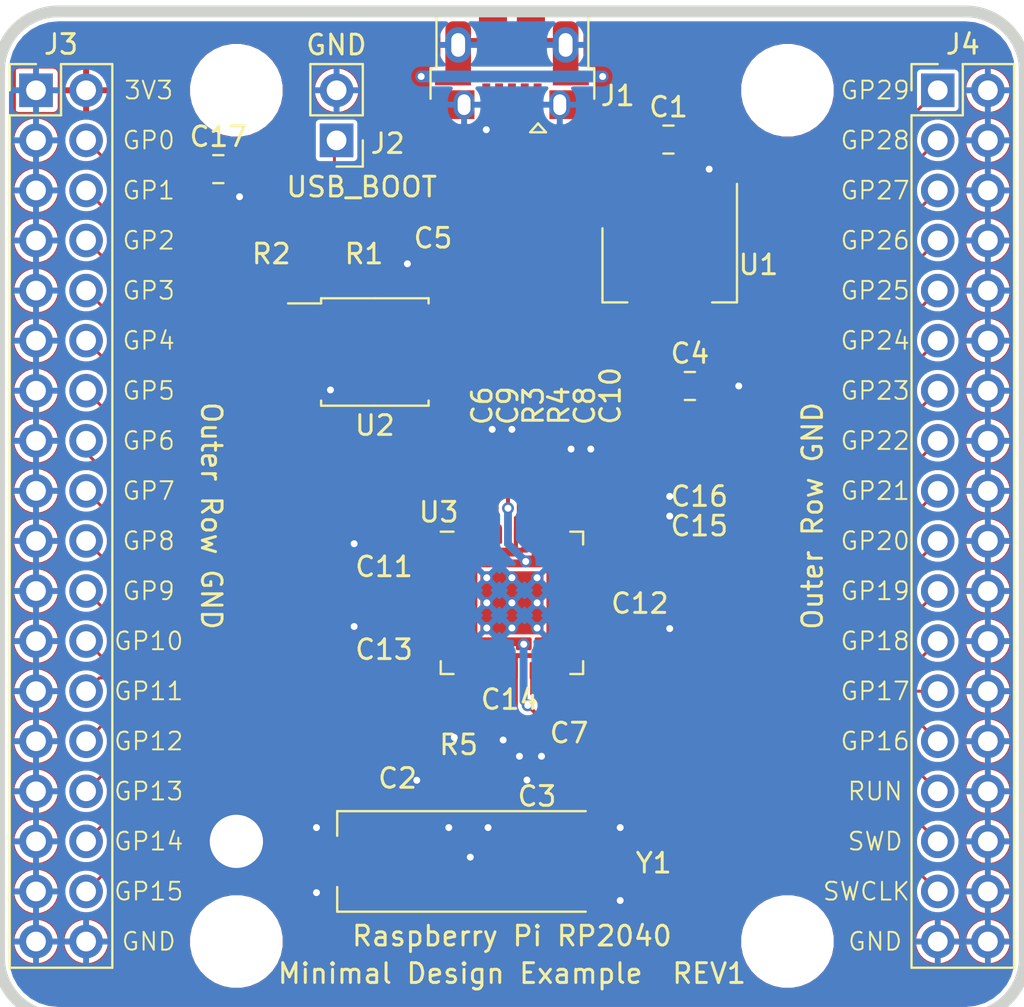
<source format=kicad_pcb>
(kicad_pcb (version 20171130) (host pcbnew "(5.1.10)-1")
  (title_block (title "RP2040 Minimal Design Example") (date 2020-07-13) (rev REV1) (company "Raspberry Pi (Trading) Ltd"))
  (layers (0 F.Cu signal) (31 B.Cu signal hide) (34 B.Paste user hide) (35 F.Paste user hide) (36 B.SilkS user hide) (37 F.SilkS user) (38 B.Mask user hide) (39 F.Mask user hide) (44 Edge.Cuts user hide))
  (net 0 "")
  (net 1 GND)
  (net 2 VBUS)
  (net 3 /XIN)
  (net 4 /XOUT)
  (net 5 +3V3)
  (net 6 +1V1)
  (net 7 "Net-(J1-Pad4)")
  (net 8 /~USB_BOOT)
  (net 9 /GPIO15)
  (net 10 /GPIO14)
  (net 11 /GPIO13)
  (net 12 /GPIO12)
  (net 13 /GPIO11)
  (net 14 /GPIO10)
  (net 15 /GPIO9)
  (net 16 /GPIO8)
  (net 17 /GPIO7)
  (net 18 /GPIO6)
  (net 19 /GPIO5)
  (net 20 /GPIO4)
  (net 21 /GPIO3)
  (net 22 /GPIO2)
  (net 23 /GPIO1)
  (net 24 /GPIO0)
  (net 25 /GPIO29_ADC3)
  (net 26 /GPIO28_ADC2)
  (net 27 /GPIO27_ADC1)
  (net 28 /GPIO26_ADC0)
  (net 29 /GPIO25)
  (net 30 /GPIO24)
  (net 31 /GPIO23)
  (net 32 /GPIO22)
  (net 33 /GPIO21)
  (net 34 /GPIO20)
  (net 35 /GPIO19)
  (net 36 /GPIO18)
  (net 37 /GPIO17)
  (net 38 /GPIO16)
  (net 39 /RUN)
  (net 40 /SWD)
  (net 41 /SWCLK)
  (net 42 /QSPI_SS)
  (net 43 "Net-(R3-Pad2)")
  (net 44 "Net-(R4-Pad2)")
  (net 45 /QSPI_SD3)
  (net 46 /QSPI_SCLK)
  (net 47 /QSPI_SD0)
  (net 48 /QSPI_SD2)
  (net 49 /QSPI_SD1)
  (net 50 /USB_D+)
  (net 51 /USB_D-)
  (net 52 "Net-(C3-Pad1)")
  (module Capacitor_SMD:C_0805_2012Metric (layer F.Cu) (at 85.115 78)
    (fp_text reference C17 (at 0 -1.65) (layer F.SilkS))
    (fp_text value 10u)
    (pad 2 smd roundrect (at 0.9375 0) (size 0.975 1.4) (layers F.Cu F.Paste F.Mask) (net 1 GND))
    (pad 1 smd roundrect (at -0.9375 0) (size 0.975 1.4) (layers F.Cu F.Paste F.Mask) (net 5 +3V3))
  )
  (module Capacitor_SMD:C_0805_2012Metric (layer F.Cu) (at 109.025 89)
    (fp_text reference C4 (at 0 -1.65) (layer F.SilkS))
    (fp_text value 10u)
    (pad 2 smd roundrect (at 0.9375 0) (size 0.975 1.4) (layers F.Cu F.Paste F.Mask) (net 1 GND))
    (pad 1 smd roundrect (at -0.9375 0) (size 0.975 1.4) (layers F.Cu F.Paste F.Mask) (net 5 +3V3))
  )
  (module RP2040_minimal:Crystal_SMD_HC49-US (layer F.Cu) (at 97.841 113.116)
    (fp_text reference Y1 (at 9.349 0.084) (layer F.SilkS))
    (fp_text value ABLS-12.000MHZ-B4-T)
    (pad 1 smd rect (at -4.5 0) (size 5.6 2.1) (layers F.Cu F.Paste F.Mask) (net 3 /XIN))
    (pad 2 smd rect (at 4.5 0) (size 5.6 2.1) (layers F.Cu F.Paste F.Mask) (net 52 "Net-(C3-Pad1)"))
  )
  (module RP2040_minimal:RP2040-QFN-56 (layer F.Cu) (at 100 100)
    (fp_text reference U3 (at -3.71 -4.6) (layer F.SilkS))
    (fp_text value RP2040)
    (pad 56 smd roundrect (at -2.6 -3.4375) (size 0.2 0.875) (layers F.Cu F.Paste F.Mask) (net 42 /QSPI_SS))
    (pad 55 smd roundrect (at -2.2 -3.4375) (size 0.2 0.875) (layers F.Cu F.Paste F.Mask) (net 49 /QSPI_SD1))
    (pad 54 smd roundrect (at -1.8 -3.4375) (size 0.2 0.875) (layers F.Cu F.Paste F.Mask) (net 48 /QSPI_SD2))
    (pad 53 smd roundrect (at -1.4 -3.4375) (size 0.2 0.875) (layers F.Cu F.Paste F.Mask) (net 47 /QSPI_SD0))
    (pad 52 smd roundrect (at -1 -3.4375) (size 0.2 0.875) (layers F.Cu F.Paste F.Mask) (net 46 /QSPI_SCLK))
    (pad 51 smd roundrect (at -0.6 -3.4375) (size 0.2 0.875) (layers F.Cu F.Paste F.Mask) (net 45 /QSPI_SD3))
    (pad 50 smd roundrect (at -0.2 -3.4375) (size 0.2 0.875) (layers F.Cu F.Paste F.Mask) (net 6 +1V1))
    (pad 49 smd roundrect (at 0.2 -3.4375) (size 0.2 0.875) (layers F.Cu F.Paste F.Mask) (net 5 +3V3))
    (pad 48 smd roundrect (at 0.6 -3.4375) (size 0.2 0.875) (layers F.Cu F.Paste F.Mask) (net 5 +3V3))
    (pad 47 smd roundrect (at 1 -3.4375) (size 0.2 0.875) (layers F.Cu F.Paste F.Mask) (net 43 "Net-(R3-Pad2)"))
    (pad 46 smd roundrect (at 1.4 -3.4375) (size 0.2 0.875) (layers F.Cu F.Paste F.Mask) (net 44 "Net-(R4-Pad2)"))
    (pad 45 smd roundrect (at 1.8 -3.4375) (size 0.2 0.875) (layers F.Cu F.Paste F.Mask) (net 6 +1V1))
    (pad 44 smd roundrect (at 2.2 -3.4375) (size 0.2 0.875) (layers F.Cu F.Paste F.Mask) (net 5 +3V3))
    (pad 43 smd roundrect (at 2.6 -3.4375) (size 0.2 0.875) (layers F.Cu F.Paste F.Mask) (net 5 +3V3))
    (pad 42 smd roundrect (at 3.4375 -2.6) (size 0.875 0.2) (layers F.Cu F.Paste F.Mask) (net 5 +3V3))
    (pad 41 smd roundrect (at 3.4375 -2.2) (size 0.875 0.2) (layers F.Cu F.Paste F.Mask) (net 25 /GPIO29_ADC3))
    (pad 40 smd roundrect (at 3.4375 -1.8) (size 0.875 0.2) (layers F.Cu F.Paste F.Mask) (net 26 /GPIO28_ADC2))
    (pad 39 smd roundrect (at 3.4375 -1.4) (size 0.875 0.2) (layers F.Cu F.Paste F.Mask) (net 27 /GPIO27_ADC1))
    (pad 38 smd roundrect (at 3.4375 -1) (size 0.875 0.2) (layers F.Cu F.Paste F.Mask) (net 28 /GPIO26_ADC0))
    (pad 37 smd roundrect (at 3.4375 -0.6) (size 0.875 0.2) (layers F.Cu F.Paste F.Mask) (net 29 /GPIO25))
    (pad 36 smd roundrect (at 3.4375 -0.2) (size 0.875 0.2) (layers F.Cu F.Paste F.Mask) (net 30 /GPIO24))
    (pad 35 smd roundrect (at 3.4375 0.2) (size 0.875 0.2) (layers F.Cu F.Paste F.Mask) (net 31 /GPIO23))
    (pad 34 smd roundrect (at 3.4375 0.6) (size 0.875 0.2) (layers F.Cu F.Paste F.Mask) (net 32 /GPIO22))
    (pad 33 smd roundrect (at 3.4375 1) (size 0.875 0.2) (layers F.Cu F.Paste F.Mask) (net 5 +3V3))
    (pad 32 smd roundrect (at 3.4375 1.4) (size 0.875 0.2) (layers F.Cu F.Paste F.Mask) (net 33 /GPIO21))
    (pad 31 smd roundrect (at 3.4375 1.8) (size 0.875 0.2) (layers F.Cu F.Paste F.Mask) (net 34 /GPIO20))
    (pad 30 smd roundrect (at 3.4375 2.2) (size 0.875 0.2) (layers F.Cu F.Paste F.Mask) (net 35 /GPIO19))
    (pad 29 smd roundrect (at 3.4375 2.6) (size 0.875 0.2) (layers F.Cu F.Paste F.Mask) (net 36 /GPIO18))
    (pad 28 smd roundrect (at 2.6 3.4375) (size 0.2 0.875) (layers F.Cu F.Paste F.Mask) (net 37 /GPIO17))
    (pad 27 smd roundrect (at 2.2 3.4375) (size 0.2 0.875) (layers F.Cu F.Paste F.Mask) (net 38 /GPIO16))
    (pad 26 smd roundrect (at 1.8 3.4375) (size 0.2 0.875) (layers F.Cu F.Paste F.Mask) (net 39 /RUN))
    (pad 25 smd roundrect (at 1.4 3.4375) (size 0.2 0.875) (layers F.Cu F.Paste F.Mask) (net 40 /SWD))
    (pad 24 smd roundrect (at 1 3.4375) (size 0.2 0.875) (layers F.Cu F.Paste F.Mask) (net 41 /SWCLK))
    (pad 23 smd roundrect (at 0.6 3.4375) (size 0.2 0.875) (layers F.Cu F.Paste F.Mask) (net 6 +1V1))
    (pad 22 smd roundrect (at 0.2 3.4375) (size 0.2 0.875) (layers F.Cu F.Paste F.Mask) (net 5 +3V3))
    (pad 21 smd roundrect (at -0.2 3.4375) (size 0.2 0.875) (layers F.Cu F.Paste F.Mask) (net 4 /XOUT))
    (pad 20 smd roundrect (at -0.6 3.4375) (size 0.2 0.875) (layers F.Cu F.Paste F.Mask) (net 3 /XIN))
    (pad 19 smd roundrect (at -1 3.4375) (size 0.2 0.875) (layers F.Cu F.Paste F.Mask) (net 1 GND))
    (pad 18 smd roundrect (at -1.4 3.4375) (size 0.2 0.875) (layers F.Cu F.Paste F.Mask) (net 9 /GPIO15))
    (pad 17 smd roundrect (at -1.8 3.4375) (size 0.2 0.875) (layers F.Cu F.Paste F.Mask) (net 10 /GPIO14))
    (pad 16 smd roundrect (at -2.2 3.4375) (size 0.2 0.875) (layers F.Cu F.Paste F.Mask) (net 11 /GPIO13))
    (pad 15 smd roundrect (at -2.6 3.4375) (size 0.2 0.875) (layers F.Cu F.Paste F.Mask) (net 12 /GPIO12))
    (pad 14 smd roundrect (at -3.4375 2.6) (size 0.875 0.2) (layers F.Cu F.Paste F.Mask) (net 13 /GPIO11))
    (pad 13 smd roundrect (at -3.4375 2.2) (size 0.875 0.2) (layers F.Cu F.Paste F.Mask) (net 14 /GPIO10))
    (pad 12 smd roundrect (at -3.4375 1.8) (size 0.875 0.2) (layers F.Cu F.Paste F.Mask) (net 15 /GPIO9))
    (pad 11 smd roundrect (at -3.4375 1.4) (size 0.875 0.2) (layers F.Cu F.Paste F.Mask) (net 16 /GPIO8))
    (pad 10 smd roundrect (at -3.4375 1) (size 0.875 0.2) (layers F.Cu F.Paste F.Mask) (net 5 +3V3))
    (pad 9 smd roundrect (at -3.4375 0.6) (size 0.875 0.2) (layers F.Cu F.Paste F.Mask) (net 17 /GPIO7))
    (pad 8 smd roundrect (at -3.4375 0.2) (size 0.875 0.2) (layers F.Cu F.Paste F.Mask) (net 18 /GPIO6))
    (pad 7 smd roundrect (at -3.4375 -0.2) (size 0.875 0.2) (layers F.Cu F.Paste F.Mask) (net 19 /GPIO5))
    (pad 6 smd roundrect (at -3.4375 -0.6) (size 0.875 0.2) (layers F.Cu F.Paste F.Mask) (net 20 /GPIO4))
    (pad 5 smd roundrect (at -3.4375 -1) (size 0.875 0.2) (layers F.Cu F.Paste F.Mask) (net 21 /GPIO3))
    (pad 4 smd roundrect (at -3.4375 -1.4) (size 0.875 0.2) (layers F.Cu F.Paste F.Mask) (net 22 /GPIO2))
    (pad 3 smd roundrect (at -3.4375 -1.8) (size 0.875 0.2) (layers F.Cu F.Paste F.Mask) (net 23 /GPIO1))
    (pad 2 smd roundrect (at -3.4375 -2.2) (size 0.875 0.2) (layers F.Cu F.Paste F.Mask) (net 24 /GPIO0))
    (pad 1 smd roundrect (at -3.4375 -2.6) (size 0.875 0.2) (layers F.Cu F.Paste F.Mask) (net 5 +3V3))
    (pad 57 thru_hole circle (at 1.275 1.275) (size 0.6 0.6) (drill 0.35) (layers *.Cu) (net 1 GND))
    (pad 57 thru_hole circle (at 0 1.275) (size 0.6 0.6) (drill 0.35) (layers *.Cu) (net 1 GND))
    (pad 57 thru_hole circle (at -1.275 1.275) (size 0.6 0.6) (drill 0.35) (layers *.Cu) (net 1 GND))
    (pad 57 thru_hole circle (at 1.275 0) (size 0.6 0.6) (drill 0.35) (layers *.Cu) (net 1 GND))
    (pad 57 thru_hole circle (at 0 0) (size 0.6 0.6) (drill 0.35) (layers *.Cu) (net 1 GND))
    (pad 57 thru_hole circle (at -1.275 0) (size 0.6 0.6) (drill 0.35) (layers *.Cu) (net 1 GND))
    (pad 57 thru_hole circle (at 1.275 -1.275) (size 0.6 0.6) (drill 0.35) (layers *.Cu) (net 1 GND))
    (pad 57 thru_hole circle (at 0 -1.275) (size 0.6 0.6) (drill 0.35) (layers *.Cu) (net 1 GND))
    (pad 57 thru_hole circle (at -1.275 -1.275) (size 0.6 0.6) (drill 0.35) (layers *.Cu) (net 1 GND))
    (pad 57 smd roundrect (at 0 0) (size 3.2 3.2) (layers F.Cu F.Mask) (roundrect_rratio 0.045) (net 1 GND))
  )
  (module RP2040_minimal:USB_Micro-B_Amphenol_10103594-0001LF_Horizontal_modified (layer F.Cu) (at 100 71.7 180)
    (fp_text reference J1 (at -5.365 -2.58 180) (layer F.SilkS))
    (fp_text value USB_B_Micro)
    (pad 6 thru_hole oval (at 2.425 -3.03 270) (size 1.45 1.05) (drill oval 1.05 0.65) (layers *.Cu *.Mask) (net 1 GND))
    (pad 6 smd rect (at 2.9875 -1.7 180) (size 1.825 0.7) (layers F.Cu F.Paste F.Mask) (net 1 GND))
    (pad 6 smd roundrect (at 2.725 -0.425 180) (size 1.3 3.25) (layers F.Cu F.Paste F.Mask) (roundrect_rratio 0.296) (net 1 GND))
    (pad 6 smd roundrect (at -2.725 -0.425 180) (size 1.3 3.25) (layers F.Cu F.Paste F.Mask) (roundrect_rratio 0.296) (net 1 GND))
    (pad 6 smd rect (at -2.9875 -1.7 180) (size 1.825 0.7) (layers F.Cu F.Paste F.Mask) (net 1 GND))
    (pad 6 smd rect (at -2.9 -3.03 180) (size 2 1.46) (layers F.Cu F.Paste F.Mask) (net 1 GND))
    (pad 6 smd rect (at 2.9 -3.03 180) (size 2 1.46) (layers F.Cu F.Paste F.Mask) (net 1 GND))
    (pad 1 smd rect (at -1.3 -2.825 270) (size 1.75 0.4) (layers F.Cu F.Paste F.Mask) (net 2 VBUS))
    (pad 2 smd rect (at -0.65 -2.825 270) (size 1.75 0.4) (layers F.Cu F.Paste F.Mask) (net 51 /USB_D-))
    (pad 3 smd rect (at 0 -2.825 270) (size 1.75 0.4) (layers F.Cu F.Paste F.Mask) (net 50 /USB_D+))
    (pad 4 smd rect (at 0.65 -2.825 270) (size 1.75 0.4) (layers F.Cu F.Paste F.Mask) (net 7 "Net-(J1-Pad4)"))
    (pad 5 smd rect (at 1.3 -2.825 270) (size 1.75 0.4) (layers F.Cu F.Paste F.Mask) (net 1 GND))
    (pad 6 thru_hole oval (at -2.425 -3.03 270) (size 1.45 1.05) (drill oval 1.05 0.65) (layers *.Cu *.Mask) (net 1 GND))
    (pad 6 thru_hole oval (at -2.725 0 270) (size 1.8 1.3) (drill oval 1.2 0.7) (layers *.Cu *.Mask) (net 1 GND))
    (pad 6 thru_hole oval (at 2.725 0 270) (size 1.8 1.3) (drill oval 1.2 0.7) (layers *.Cu *.Mask) (net 1 GND))
    (pad 6 smd rect (at -0.9625 0.25 270) (size 2.5 1.425) (layers F.Cu F.Paste F.Mask) (net 1 GND))
    (pad 6 smd rect (at 0.9625 0.25 270) (size 2.5 1.425) (layers F.Cu F.Paste F.Mask) (net 1 GND))
  )
  (module Capacitor_SMD:C_0402_1005Metric (layer F.Cu) (at 98.7 107.115 270)
    (fp_text reference R5 (at 0.085 1.4 180) (layer F.SilkS))
    (fp_text value 1k)
    (pad 2 smd roundrect (at 0.485 0 270) (size 0.59 0.64) (layers F.Cu F.Paste F.Mask) (net 52 "Net-(C3-Pad1)"))
    (pad 1 smd roundrect (at -0.485 0 270) (size 0.59 0.64) (layers F.Cu F.Paste F.Mask) (net 4 /XOUT))
  )
  (module MountingHole:MountingHole_2.7mm_M2.5 (layer F.Cu) (at 86.03 112.1)
    (fp_text reference H4 hide)
    (fp_text value MountingHole)
    (pad "" np_thru_hole circle (at 0 0) (size 2.7 2.7) (drill 2.7) (layers *.Cu *.Mask) (clearance 1))
  )
  (module MountingHole:MountingHole_2.7mm_M2.5 (layer F.Cu) (at 113.97 117.18)
    (fp_text reference H3 hide)
    (fp_text value MountingHole)
    (pad "" np_thru_hole circle (at 0 0) (size 2.7 2.7) (drill 2.7) (layers *.Cu *.Mask) (clearance 1))
  )
  (module MountingHole:MountingHole_2.7mm_M2.5 (layer F.Cu) (at 113.97 74)
    (fp_text reference H2 hide)
    (fp_text value MountingHole)
    (pad "" np_thru_hole circle (at 0 0) (size 2.7 2.7) (drill 2.7) (layers *.Cu *.Mask) (clearance 1))
  )
  (module MountingHole:MountingHole_2.7mm_M2.5 (layer F.Cu) (at 86.03 74)
    (fp_text reference H1 hide)
    (fp_text value MountingHole)
    (pad "" np_thru_hole circle (at 0 0) (size 2.7 2.7) (drill 2.7) (layers *.Cu *.Mask) (clearance 1))
  )
  (module Capacitor_SMD:C_0402_1005Metric (layer F.Cu) (at 102 93.515 270)
    (fp_text reference R4 (at -3.515 -0.39 90) (layer F.SilkS))
    (fp_text value 27)
    (pad 2 smd roundrect (at 0.485 0 270) (size 0.59 0.64) (layers F.Cu F.Paste F.Mask) (net 44 "Net-(R4-Pad2)"))
    (pad 1 smd roundrect (at -0.485 0 270) (size 0.59 0.64) (layers F.Cu F.Paste F.Mask) (net 51 /USB_D-))
  )
  (module Capacitor_SMD:C_0402_1005Metric (layer F.Cu) (at 101 93.515 270)
    (fp_text reference R3 (at -3.515 -0.09 90) (layer F.SilkS))
    (fp_text value 27)
    (pad 2 smd roundrect (at 0.485 0 270) (size 0.59 0.64) (layers F.Cu F.Paste F.Mask) (net 43 "Net-(R3-Pad2)"))
    (pad 1 smd roundrect (at -0.485 0 270) (size 0.59 0.64) (layers F.Cu F.Paste F.Mask) (net 50 /USB_D+))
  )
  (module Capacitor_SMD:C_0402_1005Metric (layer F.Cu) (at 89.5 82.315 270)
    (fp_text reference R2 (at -0.015 1.7 180) (layer F.SilkS))
    (fp_text value DNF)
    (pad 2 smd roundrect (at 0.485 0 270) (size 0.59 0.64) (layers F.Cu F.Paste F.Mask) (net 42 /QSPI_SS))
    (pad 1 smd roundrect (at -0.485 0 270) (size 0.59 0.64) (layers F.Cu F.Paste F.Mask) (net 5 +3V3))
  )
  (module Capacitor_SMD:C_0402_1005Metric (layer F.Cu) (at 91 82.315 90)
    (fp_text reference R1 (at 0.015 1.5 180) (layer F.SilkS))
    (fp_text value 1k)
    (pad 2 smd roundrect (at 0.485 0 90) (size 0.59 0.64) (layers F.Cu F.Paste F.Mask) (net 8 /~USB_BOOT))
    (pad 1 smd roundrect (at -0.485 0 90) (size 0.59 0.64) (layers F.Cu F.Paste F.Mask) (net 42 /QSPI_SS))
  )
  (module Capacitor_SMD:C_0402_1005Metric (layer F.Cu) (at 106.485 94.6)
    (fp_text reference C16 (at 3.015 0) (layer F.SilkS))
    (fp_text value 100n)
    (pad 2 smd roundrect (at 0.485 0) (size 0.59 0.64) (layers F.Cu F.Paste F.Mask) (net 1 GND))
    (pad 1 smd roundrect (at -0.485 0) (size 0.59 0.64) (layers F.Cu F.Paste F.Mask) (net 5 +3V3))
  )
  (module Capacitor_SMD:C_0402_1005Metric (layer F.Cu) (at 106.485 96)
    (fp_text reference C15 (at 3.015 0.1) (layer F.SilkS))
    (fp_text value 100n)
    (pad 2 smd roundrect (at 0.485 0) (size 0.59 0.64) (layers F.Cu F.Paste F.Mask) (net 1 GND))
    (pad 1 smd roundrect (at -0.485 0) (size 0.59 0.64) (layers F.Cu F.Paste F.Mask) (net 5 +3V3))
  )
  (module Capacitor_SMD:C_0402_1005Metric (layer F.Cu) (at 100.381 106.485 270)
    (fp_text reference C14 (at -1.585 0.5 180) (layer F.SilkS))
    (fp_text value 100n)
    (pad 2 smd roundrect (at 0.485 0 270) (size 0.59 0.64) (layers F.Cu F.Paste F.Mask) (net 1 GND))
    (pad 1 smd roundrect (at -0.485 0 270) (size 0.59 0.64) (layers F.Cu F.Paste F.Mask) (net 5 +3V3))
  )
  (module Capacitor_SMD:C_0402_1005Metric (layer F.Cu) (at 93.515 101.2 180)
    (fp_text reference C13 (at 0 -1.17) (layer F.SilkS))
    (fp_text value 100n)
    (pad 2 smd roundrect (at 0.485 0 180) (size 0.59 0.64) (layers F.Cu F.Paste F.Mask) (net 1 GND))
    (pad 1 smd roundrect (at -0.485 0 180) (size 0.59 0.64) (layers F.Cu F.Paste F.Mask) (net 5 +3V3))
  )
  (module Capacitor_SMD:C_0402_1005Metric (layer F.Cu) (at 106.485 101.2)
    (fp_text reference C12 (at 0 -1.17) (layer F.SilkS))
    (fp_text value 100n)
    (pad 2 smd roundrect (at 0.485 0) (size 0.59 0.64) (layers F.Cu F.Paste F.Mask) (net 1 GND))
    (pad 1 smd roundrect (at -0.485 0) (size 0.59 0.64) (layers F.Cu F.Paste F.Mask) (net 5 +3V3))
  )
  (module Capacitor_SMD:C_0402_1005Metric (layer F.Cu) (at 93.515 97 180)
    (fp_text reference C11 (at 0 -1.17) (layer F.SilkS))
    (fp_text value 100n)
    (pad 2 smd roundrect (at 0.485 0 180) (size 0.59 0.64) (layers F.Cu F.Paste F.Mask) (net 1 GND))
    (pad 1 smd roundrect (at -0.485 0 180) (size 0.59 0.64) (layers F.Cu F.Paste F.Mask) (net 5 +3V3))
  )
  (module Capacitor_SMD:C_0402_1005Metric (layer F.Cu) (at 104 93.515 90)
    (fp_text reference C10 (at 4.015 0.99 90) (layer F.SilkS))
    (fp_text value 1u)
    (pad 2 smd roundrect (at 0.485 0 90) (size 0.59 0.64) (layers F.Cu F.Paste F.Mask) (net 1 GND))
    (pad 1 smd roundrect (at -0.485 0 90) (size 0.59 0.64) (layers F.Cu F.Paste F.Mask) (net 5 +3V3))
  )
  (module Capacitor_SMD:C_0402_1005Metric (layer F.Cu) (at 100 92.515 90)
    (fp_text reference C9 (at 2.515 -0.2 270) (layer F.SilkS))
    (fp_text value 100n)
    (pad 2 smd roundrect (at 0.485 0 90) (size 0.59 0.64) (layers F.Cu F.Paste F.Mask) (net 1 GND))
    (pad 1 smd roundrect (at -0.485 0 90) (size 0.59 0.64) (layers F.Cu F.Paste F.Mask) (net 5 +3V3))
  )
  (module Capacitor_SMD:C_0402_1005Metric (layer F.Cu) (at 103 93.515 90)
    (fp_text reference C8 (at 3.515 0.69 90) (layer F.SilkS))
    (fp_text value 1u)
    (pad 2 smd roundrect (at 0.485 0 90) (size 0.59 0.64) (layers F.Cu F.Paste F.Mask) (net 1 GND))
    (pad 1 smd roundrect (at -0.485 0 90) (size 0.59 0.64) (layers F.Cu F.Paste F.Mask) (net 6 +1V1))
  )
  (module Capacitor_SMD:C_0402_1005Metric (layer F.Cu) (at 101.5 106.485 270)
    (fp_text reference C7 (at 0.115 -1.4 180) (layer F.SilkS))
    (fp_text value 100n)
    (pad 2 smd roundrect (at 0.485 0 270) (size 0.59 0.64) (layers F.Cu F.Paste F.Mask) (net 1 GND))
    (pad 1 smd roundrect (at -0.485 0 270) (size 0.59 0.64) (layers F.Cu F.Paste F.Mask) (net 6 +1V1))
  )
  (module Capacitor_SMD:C_0402_1005Metric (layer F.Cu) (at 99 92.515 90)
    (fp_text reference C6 (at 2.515 -0.51 90) (layer F.SilkS))
    (fp_text value 100n)
    (pad 2 smd roundrect (at 0.485 0 90) (size 0.59 0.64) (layers F.Cu F.Paste F.Mask) (net 1 GND))
    (pad 1 smd roundrect (at -0.485 0 90) (size 0.59 0.64) (layers F.Cu F.Paste F.Mask) (net 6 +1V1))
  )
  (module Capacitor_SMD:C_0402_1005Metric (layer F.Cu) (at 96.185 82.83 180)
    (fp_text reference C5 (at 0.185 1.33) (layer F.SilkS))
    (fp_text value 100n)
    (pad 2 smd roundrect (at 0.485 0 180) (size 0.59 0.64) (layers F.Cu F.Paste F.Mask) (net 1 GND))
    (pad 1 smd roundrect (at -0.485 0 180) (size 0.59 0.64) (layers F.Cu F.Paste F.Mask) (net 5 +3V3))
  )
  (module Capacitor_SMD:C_0402_1005Metric (layer F.Cu) (at 99.485 109)
    (fp_text reference C3 (at 1.785 0.814) (layer F.SilkS))
    (fp_text value 27p)
    (pad 2 smd roundrect (at 0.485 0) (size 0.59 0.64) (layers F.Cu F.Paste F.Mask) (net 1 GND))
    (pad 1 smd roundrect (at -0.485 0) (size 0.59 0.64) (layers F.Cu F.Paste F.Mask) (net 52 "Net-(C3-Pad1)"))
  )
  (module Capacitor_SMD:C_0402_1005Metric (layer F.Cu) (at 96.515 109 180)
    (fp_text reference C2 (at 2.315 0.1) (layer F.SilkS))
    (fp_text value 27p)
    (pad 2 smd roundrect (at 0.485 0 180) (size 0.59 0.64) (layers F.Cu F.Paste F.Mask) (net 1 GND))
    (pad 1 smd roundrect (at -0.485 0 180) (size 0.59 0.64) (layers F.Cu F.Paste F.Mask) (net 3 /XIN))
  )
  (module Capacitor_SMD:C_0805_2012Metric (layer F.Cu) (at 107.9375 76.5)
    (fp_text reference C1 (at 0 -1.65) (layer F.SilkS))
    (fp_text value 10u)
    (pad 2 smd roundrect (at 0.9375 0) (size 0.975 1.4) (layers F.Cu F.Paste F.Mask) (net 1 GND))
    (pad 1 smd roundrect (at -0.9375 0) (size 0.975 1.4) (layers F.Cu F.Paste F.Mask) (net 2 VBUS))
  )
  (module Package_SO:SOIC-8_5.23x5.23mm_P1.27mm (layer F.Cu) (at 93.05 87.275)
    (fp_text reference U2 (at 0 3.725) (layer F.SilkS))
    (fp_text value W25Q128JVS)
    (pad 8 smd roundrect (at 3.6 -1.905) (size 1.6 0.6) (layers F.Cu F.Paste F.Mask) (net 5 +3V3))
    (pad 7 smd roundrect (at 3.6 -0.635) (size 1.6 0.6) (layers F.Cu F.Paste F.Mask) (net 45 /QSPI_SD3))
    (pad 6 smd roundrect (at 3.6 0.635) (size 1.6 0.6) (layers F.Cu F.Paste F.Mask) (net 46 /QSPI_SCLK))
    (pad 5 smd roundrect (at 3.6 1.905) (size 1.6 0.6) (layers F.Cu F.Paste F.Mask) (net 47 /QSPI_SD0))
    (pad 4 smd roundrect (at -3.6 1.905) (size 1.6 0.6) (layers F.Cu F.Paste F.Mask) (net 1 GND))
    (pad 3 smd roundrect (at -3.6 0.635) (size 1.6 0.6) (layers F.Cu F.Paste F.Mask) (net 48 /QSPI_SD2))
    (pad 2 smd roundrect (at -3.6 -0.635) (size 1.6 0.6) (layers F.Cu F.Paste F.Mask) (net 49 /QSPI_SD1))
    (pad 1 smd roundrect (at -3.6 -1.905) (size 1.6 0.6) (layers F.Cu F.Paste F.Mask) (net 42 /QSPI_SS))
  )
  (module Package_TO_SOT_SMD:SOT-223-3_TabPin2 (layer F.Cu) (at 108 82.85 270)
    (fp_text reference U1 (at 0 -4.5 180) (layer F.SilkS))
    (fp_text value NCP1117-3.3_SOT223)
    (pad 1 smd rect (at -3.15 -2.3 270) (size 2 1.5) (layers F.Cu F.Paste F.Mask) (net 1 GND))
    (pad 3 smd rect (at -3.15 2.3 270) (size 2 1.5) (layers F.Cu F.Paste F.Mask) (net 2 VBUS))
    (pad 2 smd rect (at -3.15 0 270) (size 2 1.5) (layers F.Cu F.Paste F.Mask) (net 5 +3V3))
    (pad 2 smd rect (at 3.15 0 270) (size 2 3.8) (layers F.Cu F.Paste F.Mask) (net 5 +3V3))
  )
  (module Connector_PinHeader_2.54mm:PinHeader_2x18_P2.54mm_Vertical (layer F.Cu) (at 121.59 74)
    (fp_text reference J4 (at 1.27 -2.33) (layer F.SilkS))
    (fp_text value Conn_02x18_Odd_Even)
    (pad 36 thru_hole oval (at 2.54 43.18) (size 1.7 1.7) (drill 1) (layers *.Cu *.Mask) (net 1 GND))
    (pad 35 thru_hole oval (at 0 43.18) (size 1.7 1.7) (drill 1) (layers *.Cu *.Mask) (net 1 GND))
    (pad 34 thru_hole oval (at 2.54 40.64) (size 1.7 1.7) (drill 1) (layers *.Cu *.Mask) (net 1 GND))
    (pad 33 thru_hole oval (at 0 40.64) (size 1.7 1.7) (drill 1) (layers *.Cu *.Mask) (net 41 /SWCLK))
    (pad 32 thru_hole oval (at 2.54 38.1) (size 1.7 1.7) (drill 1) (layers *.Cu *.Mask) (net 1 GND))
    (pad 31 thru_hole oval (at 0 38.1) (size 1.7 1.7) (drill 1) (layers *.Cu *.Mask) (net 40 /SWD))
    (pad 30 thru_hole oval (at 2.54 35.56) (size 1.7 1.7) (drill 1) (layers *.Cu *.Mask) (net 1 GND))
    (pad 29 thru_hole oval (at 0 35.56) (size 1.7 1.7) (drill 1) (layers *.Cu *.Mask) (net 39 /RUN))
    (pad 28 thru_hole oval (at 2.54 33.02) (size 1.7 1.7) (drill 1) (layers *.Cu *.Mask) (net 1 GND))
    (pad 27 thru_hole oval (at 0 33.02) (size 1.7 1.7) (drill 1) (layers *.Cu *.Mask) (net 38 /GPIO16))
    (pad 26 thru_hole oval (at 2.54 30.48) (size 1.7 1.7) (drill 1) (layers *.Cu *.Mask) (net 1 GND))
    (pad 25 thru_hole oval (at 0 30.48) (size 1.7 1.7) (drill 1) (layers *.Cu *.Mask) (net 37 /GPIO17))
    (pad 24 thru_hole oval (at 2.54 27.94) (size 1.7 1.7) (drill 1) (layers *.Cu *.Mask) (net 1 GND))
    (pad 23 thru_hole oval (at 0 27.94) (size 1.7 1.7) (drill 1) (layers *.Cu *.Mask) (net 36 /GPIO18))
    (pad 22 thru_hole oval (at 2.54 25.4) (size 1.7 1.7) (drill 1) (layers *.Cu *.Mask) (net 1 GND))
    (pad 21 thru_hole oval (at 0 25.4) (size 1.7 1.7) (drill 1) (layers *.Cu *.Mask) (net 35 /GPIO19))
    (pad 20 thru_hole oval (at 2.54 22.86) (size 1.7 1.7) (drill 1) (layers *.Cu *.Mask) (net 1 GND))
    (pad 19 thru_hole oval (at 0 22.86) (size 1.7 1.7) (drill 1) (layers *.Cu *.Mask) (net 34 /GPIO20))
    (pad 18 thru_hole oval (at 2.54 20.32) (size 1.7 1.7) (drill 1) (layers *.Cu *.Mask) (net 1 GND))
    (pad 17 thru_hole oval (at 0 20.32) (size 1.7 1.7) (drill 1) (layers *.Cu *.Mask) (net 33 /GPIO21))
    (pad 16 thru_hole oval (at 2.54 17.78) (size 1.7 1.7) (drill 1) (layers *.Cu *.Mask) (net 1 GND))
    (pad 15 thru_hole oval (at 0 17.78) (size 1.7 1.7) (drill 1) (layers *.Cu *.Mask) (net 32 /GPIO22))
    (pad 14 thru_hole oval (at 2.54 15.24) (size 1.7 1.7) (drill 1) (layers *.Cu *.Mask) (net 1 GND))
    (pad 13 thru_hole oval (at 0 15.24) (size 1.7 1.7) (drill 1) (layers *.Cu *.Mask) (net 31 /GPIO23))
    (pad 12 thru_hole oval (at 2.54 12.7) (size 1.7 1.7) (drill 1) (layers *.Cu *.Mask) (net 1 GND))
    (pad 11 thru_hole oval (at 0 12.7) (size 1.7 1.7) (drill 1) (layers *.Cu *.Mask) (net 30 /GPIO24))
    (pad 10 thru_hole oval (at 2.54 10.16) (size 1.7 1.7) (drill 1) (layers *.Cu *.Mask) (net 1 GND))
    (pad 9 thru_hole oval (at 0 10.16) (size 1.7 1.7) (drill 1) (layers *.Cu *.Mask) (net 29 /GPIO25))
    (pad 8 thru_hole oval (at 2.54 7.62) (size 1.7 1.7) (drill 1) (layers *.Cu *.Mask) (net 1 GND))
    (pad 7 thru_hole oval (at 0 7.62) (size 1.7 1.7) (drill 1) (layers *.Cu *.Mask) (net 28 /GPIO26_ADC0))
    (pad 6 thru_hole oval (at 2.54 5.08) (size 1.7 1.7) (drill 1) (layers *.Cu *.Mask) (net 1 GND))
    (pad 5 thru_hole oval (at 0 5.08) (size 1.7 1.7) (drill 1) (layers *.Cu *.Mask) (net 27 /GPIO27_ADC1))
    (pad 4 thru_hole oval (at 2.54 2.54) (size 1.7 1.7) (drill 1) (layers *.Cu *.Mask) (net 1 GND))
    (pad 3 thru_hole oval (at 0 2.54) (size 1.7 1.7) (drill 1) (layers *.Cu *.Mask) (net 26 /GPIO28_ADC2))
    (pad 2 thru_hole oval (at 2.54 0) (size 1.7 1.7) (drill 1) (layers *.Cu *.Mask) (net 1 GND))
    (pad 1 thru_hole rect (at 0 0) (size 1.7 1.7) (drill 1) (layers *.Cu *.Mask) (net 25 /GPIO29_ADC3))
  )
  (module Connector_PinHeader_2.54mm:PinHeader_2x18_P2.54mm_Vertical (layer F.Cu) (at 75.87 74)
    (fp_text reference J3 (at 1.27 -2.33) (layer F.SilkS))
    (fp_text value Conn_02x18_Odd_Even)
    (pad 36 thru_hole oval (at 2.54 43.18) (size 1.7 1.7) (drill 1) (layers *.Cu *.Mask) (net 1 GND))
    (pad 35 thru_hole oval (at 0 43.18) (size 1.7 1.7) (drill 1) (layers *.Cu *.Mask) (net 1 GND))
    (pad 34 thru_hole oval (at 2.54 40.64) (size 1.7 1.7) (drill 1) (layers *.Cu *.Mask) (net 9 /GPIO15))
    (pad 33 thru_hole oval (at 0 40.64) (size 1.7 1.7) (drill 1) (layers *.Cu *.Mask) (net 1 GND))
    (pad 32 thru_hole oval (at 2.54 38.1) (size 1.7 1.7) (drill 1) (layers *.Cu *.Mask) (net 10 /GPIO14))
    (pad 31 thru_hole oval (at 0 38.1) (size 1.7 1.7) (drill 1) (layers *.Cu *.Mask) (net 1 GND))
    (pad 30 thru_hole oval (at 2.54 35.56) (size 1.7 1.7) (drill 1) (layers *.Cu *.Mask) (net 11 /GPIO13))
    (pad 29 thru_hole oval (at 0 35.56) (size 1.7 1.7) (drill 1) (layers *.Cu *.Mask) (net 1 GND))
    (pad 28 thru_hole oval (at 2.54 33.02) (size 1.7 1.7) (drill 1) (layers *.Cu *.Mask) (net 12 /GPIO12))
    (pad 27 thru_hole oval (at 0 33.02) (size 1.7 1.7) (drill 1) (layers *.Cu *.Mask) (net 1 GND))
    (pad 26 thru_hole oval (at 2.54 30.48) (size 1.7 1.7) (drill 1) (layers *.Cu *.Mask) (net 13 /GPIO11))
    (pad 25 thru_hole oval (at 0 30.48) (size 1.7 1.7) (drill 1) (layers *.Cu *.Mask) (net 1 GND))
    (pad 24 thru_hole oval (at 2.54 27.94) (size 1.7 1.7) (drill 1) (layers *.Cu *.Mask) (net 14 /GPIO10))
    (pad 23 thru_hole oval (at 0 27.94) (size 1.7 1.7) (drill 1) (layers *.Cu *.Mask) (net 1 GND))
    (pad 22 thru_hole oval (at 2.54 25.4) (size 1.7 1.7) (drill 1) (layers *.Cu *.Mask) (net 15 /GPIO9))
    (pad 21 thru_hole oval (at 0 25.4) (size 1.7 1.7) (drill 1) (layers *.Cu *.Mask) (net 1 GND))
    (pad 20 thru_hole oval (at 2.54 22.86) (size 1.7 1.7) (drill 1) (layers *.Cu *.Mask) (net 16 /GPIO8))
    (pad 19 thru_hole oval (at 0 22.86) (size 1.7 1.7) (drill 1) (layers *.Cu *.Mask) (net 1 GND))
    (pad 18 thru_hole oval (at 2.54 20.32) (size 1.7 1.7) (drill 1) (layers *.Cu *.Mask) (net 17 /GPIO7))
    (pad 17 thru_hole oval (at 0 20.32) (size 1.7 1.7) (drill 1) (layers *.Cu *.Mask) (net 1 GND))
    (pad 16 thru_hole oval (at 2.54 17.78) (size 1.7 1.7) (drill 1) (layers *.Cu *.Mask) (net 18 /GPIO6))
    (pad 15 thru_hole oval (at 0 17.78) (size 1.7 1.7) (drill 1) (layers *.Cu *.Mask) (net 1 GND))
    (pad 14 thru_hole oval (at 2.54 15.24) (size 1.7 1.7) (drill 1) (layers *.Cu *.Mask) (net 19 /GPIO5))
    (pad 13 thru_hole oval (at 0 15.24) (size 1.7 1.7) (drill 1) (layers *.Cu *.Mask) (net 1 GND))
    (pad 12 thru_hole oval (at 2.54 12.7) (size 1.7 1.7) (drill 1) (layers *.Cu *.Mask) (net 20 /GPIO4))
    (pad 11 thru_hole oval (at 0 12.7) (size 1.7 1.7) (drill 1) (layers *.Cu *.Mask) (net 1 GND))
    (pad 10 thru_hole oval (at 2.54 10.16) (size 1.7 1.7) (drill 1) (layers *.Cu *.Mask) (net 21 /GPIO3))
    (pad 9 thru_hole oval (at 0 10.16) (size 1.7 1.7) (drill 1) (layers *.Cu *.Mask) (net 1 GND))
    (pad 8 thru_hole oval (at 2.54 7.62) (size 1.7 1.7) (drill 1) (layers *.Cu *.Mask) (net 22 /GPIO2))
    (pad 7 thru_hole oval (at 0 7.62) (size 1.7 1.7) (drill 1) (layers *.Cu *.Mask) (net 1 GND))
    (pad 6 thru_hole oval (at 2.54 5.08) (size 1.7 1.7) (drill 1) (layers *.Cu *.Mask) (net 23 /GPIO1))
    (pad 5 thru_hole oval (at 0 5.08) (size 1.7 1.7) (drill 1) (layers *.Cu *.Mask) (net 1 GND))
    (pad 4 thru_hole oval (at 2.54 2.54) (size 1.7 1.7) (drill 1) (layers *.Cu *.Mask) (net 24 /GPIO0))
    (pad 3 thru_hole oval (at 0 2.54) (size 1.7 1.7) (drill 1) (layers *.Cu *.Mask) (net 1 GND))
    (pad 2 thru_hole oval (at 2.54 0) (size 1.7 1.7) (drill 1) (layers *.Cu *.Mask) (net 5 +3V3))
    (pad 1 thru_hole rect (at 0 0) (size 1.7 1.7) (drill 1) (layers *.Cu *.Mask) (net 1 GND))
  )
  (module Connector_PinHeader_2.54mm:PinHeader_1x02_P2.54mm_Vertical (layer F.Cu) (at 91.11 76.54 180)
    (fp_text reference J2 (at -2.59 -0.16) (layer F.SilkS))
    (fp_text value Conn_01x02)
    (pad 2 thru_hole oval (at 0 2.54 180) (size 1.7 1.7) (drill 1) (layers *.Cu *.Mask) (net 1 GND))
    (pad 1 thru_hole rect (at 0 0 180) (size 1.7 1.7) (drill 1) (layers *.Cu *.Mask) (net 8 /~USB_BOOT))
  )
  (gr_text "Outer Row GND" (at 115.24 95.59 90) (layer F.SilkS) (effects (font (size 1 1))))
  (gr_text "Outer Row GND" (at 84.76 95.59 270) (layer F.SilkS) (effects (font (size 1 1))))
  (gr_text GP29 (at 118.415 74) (layer F.SilkS) (effects (font (size 0.9 0.9) (thickness 0.1))))
  (gr_text GND (at 118.415 117.18) (layer F.SilkS) (effects (font (size 0.9 0.9) (thickness 0.1))))
  (gr_text GND (at 81.585 117.18) (layer F.SilkS) (effects (font (size 0.9 0.9) (thickness 0.1))))
  (gr_text RUN (at 118.415 109.56) (layer F.SilkS) (effects (font (size 0.9 0.9) (thickness 0.1))))
  (gr_text GP16 (at 118.415 107.02) (layer F.SilkS) (effects (font (size 0.9 0.9) (thickness 0.1))))
  (gr_text SWD (at 118.415 112.1) (layer F.SilkS) (effects (font (size 0.9 0.9) (thickness 0.1))))
  (gr_text SWCLK (at 117.9705 114.64) (layer F.SilkS) (effects (font (size 0.9 0.9) (thickness 0.1))))
  (gr_text GP18 (at 118.415 101.94) (layer F.SilkS) (effects (font (size 0.9 0.9) (thickness 0.1))))
  (gr_text GP22 (at 118.415 91.78) (layer F.SilkS) (effects (font (size 0.9 0.9) (thickness 0.1))))
  (gr_text GP17 (at 118.415 104.48) (layer F.SilkS) (effects (font (size 0.9 0.9) (thickness 0.1))))
  (gr_text GP19 (at 118.415 99.4) (layer F.SilkS) (effects (font (size 0.9 0.9) (thickness 0.1))))
  (gr_text GP20 (at 118.415 96.86) (layer F.SilkS) (effects (font (size 0.9 0.9) (thickness 0.1))))
  (gr_text GP21 (at 118.415 94.32) (layer F.SilkS) (effects (font (size 0.9 0.9) (thickness 0.1))))
  (gr_text GP23 (at 118.415 89.24) (layer F.SilkS) (effects (font (size 0.9 0.9) (thickness 0.1))))
  (gr_text GP24 (at 118.415 86.7) (layer F.SilkS) (effects (font (size 0.9 0.9) (thickness 0.1))))
  (gr_text GP25 (at 118.415 84.16) (layer F.SilkS) (effects (font (size 0.9 0.9) (thickness 0.1))))
  (gr_text GP26 (at 118.415 81.62) (layer F.SilkS) (effects (font (size 0.9 0.9) (thickness 0.1))))
  (gr_text GP27 (at 118.415 79.08) (layer F.SilkS) (effects (font (size 0.9 0.9) (thickness 0.1))))
  (gr_text GP28 (at 118.415 76.54) (layer F.SilkS) (effects (font (size 0.9 0.9) (thickness 0.1))))
  (gr_text GP14 (at 81.585 112.1) (layer F.SilkS) (effects (font (size 0.9 0.9) (thickness 0.1))))
  (gr_text GP15 (at 81.585 114.64) (layer F.SilkS) (effects (font (size 0.9 0.9) (thickness 0.1))))
  (gr_text GP13 (at 81.585 109.56) (layer F.SilkS) (effects (font (size 0.9 0.9) (thickness 0.1))))
  (gr_text GP12 (at 81.585 107.02) (layer F.SilkS) (effects (font (size 0.9 0.9) (thickness 0.1))))
  (gr_text GP10 (at 81.585 101.94) (layer F.SilkS) (effects (font (size 0.9 0.9) (thickness 0.1))))
  (gr_text GP11 (at 81.585 104.48) (layer F.SilkS) (effects (font (size 0.9 0.9) (thickness 0.1))))
  (gr_text GP9 (at 81.585 99.4) (layer F.SilkS) (effects (font (size 0.9 0.9) (thickness 0.1))))
  (gr_text GP8 (at 81.585 96.86) (layer F.SilkS) (effects (font (size 0.9 0.9) (thickness 0.1))))
  (gr_text GP7 (at 81.585 94.32) (layer F.SilkS) (effects (font (size 0.9 0.9) (thickness 0.1))))
  (gr_text GP6 (at 81.585 91.78) (layer F.SilkS) (effects (font (size 0.9 0.9) (thickness 0.1))))
  (gr_text GP5 (at 81.585 89.24) (layer F.SilkS) (effects (font (size 0.9 0.9) (thickness 0.1))))
  (gr_text GP4 (at 81.585 86.7) (layer F.SilkS) (effects (font (size 0.9 0.9) (thickness 0.1))))
  (gr_text GP3 (at 81.585 84.16) (layer F.SilkS) (effects (font (size 0.9 0.9) (thickness 0.1))))
  (gr_text GP2 (at 81.585 81.62) (layer F.SilkS) (effects (font (size 0.9 0.9) (thickness 0.1))))
  (gr_text GP1 (at 81.585 79.08) (layer F.SilkS) (effects (font (size 0.9 0.9) (thickness 0.1))))
  (gr_text GP0 (at 81.585 76.54) (layer F.SilkS) (effects (font (size 0.9 0.9) (thickness 0.1))))
  (gr_text 3V3 (at 81.585 74) (layer F.SilkS) (effects (font (size 0.9 0.9) (thickness 0.1))))
  (gr_text GND (at 91.1 71.7) (layer F.SilkS) (effects (font (size 1 1))))
  (gr_text "\nUSB_BOOT" (at 92.38 78.1) (layer F.SilkS) (effects (font (size 1 1))))
  (gr_text "Raspberry Pi RP2040" (at 100 116.9) (layer F.SilkS) (effects (font (size 1 1))))
  (gr_text "Minimal Design Example  REV1" (at 100 118.8) (layer F.SilkS) (effects (font (size 1 1))))
  (gr_arc (start 123 118) (end 123 121) (angle -90) (layer Edge.Cuts) (width 0.6))
  (gr_arc (start 77 118) (end 74 118) (angle -90) (layer Edge.Cuts) (width 0.6))
  (gr_arc (start 77 73) (end 77 70) (angle -90) (layer Edge.Cuts) (width 0.6))
  (gr_arc (start 123 73) (end 126 73) (angle -90) (layer Edge.Cuts) (width 0.6))
  (gr_line (start 126 73) (end 126 118) (layer Edge.Cuts) (width 0.6))
  (gr_line (start 77 70) (end 123 70) (layer Edge.Cuts) (width 0.6))
  (gr_line (start 74 118) (end 74 73) (layer Edge.Cuts) (width 0.6))
  (gr_line (start 123 121) (end 77 121) (layer Edge.Cuts) (width 0.6))
  (segment (start 106.97 94.6) (end 108 94.6) (width 0.2) (layer F.Cu) (net 1))
  (via (at 108 94.6) (size 0.6) (drill 0.35) (layers F.Cu B.Cu) (net 1))
  (segment (start 110.3 79.7) (end 110.3 78.3) (width 0.2) (layer F.Cu) (net 1))
  (via (at 110 78) (size 0.6) (drill 0.35) (layers F.Cu B.Cu) (net 1))
  (segment (start 110.3 78.3) (end 110 78) (width 0.2) (layer F.Cu) (net 1))
  (segment (start 108.875 76.875) (end 110 78) (width 0.2) (layer F.Cu) (net 1))
  (segment (start 108.875 76.5) (end 108.875 76.875) (width 0.2) (layer F.Cu) (net 1))
  (segment (start 95.405 82.83) (end 95.375 82.8) (width 0.2) (layer F.Cu) (net 1))
  (segment (start 95.7 82.83) (end 95.405 82.83) (width 0.2) (layer F.Cu) (net 1))
  (via (at 94.7 82.8) (size 0.6) (drill 0.35) (layers F.Cu B.Cu) (net 1))
  (segment (start 95.375 82.8) (end 94.7 82.8) (width 0.2) (layer F.Cu) (net 1))
  (segment (start 110.05 89) (end 111.5 89) (width 0.2) (layer F.Cu) (net 1))
  (via (at 111.5 89) (size 0.6) (drill 0.35) (layers F.Cu B.Cu) (net 1))
  (segment (start 97.54 71.45) (end 97.27 71.72) (width 0.2) (layer F.Cu) (net 1))
  (segment (start 99.04 71.45) (end 97.54 71.45) (width 0.2) (layer F.Cu) (net 1))
  (segment (start 102.46 71.45) (end 102.73 71.72) (width 0.2) (layer F.Cu) (net 1))
  (segment (start 100.96 71.45) (end 102.46 71.45) (width 0.2) (layer F.Cu) (net 1))
  (segment (start 93.03 97) (end 92 97) (width 0.2) (layer F.Cu) (net 1))
  (via (at 92 97) (size 0.6) (drill 0.35) (layers F.Cu B.Cu) (net 1))
  (segment (start 93.03 101.2) (end 92 101.2) (width 0.2) (layer F.Cu) (net 1))
  (via (at 92 101.2) (size 0.6) (drill 0.35) (layers F.Cu B.Cu) (net 1))
  (segment (start 106.97 96) (end 107.6 96) (width 0.15) (layer F.Cu) (net 1))
  (via (at 108 95.6) (size 0.6) (drill 0.35) (layers F.Cu B.Cu) (net 1))
  (segment (start 107.6 96) (end 108 95.6) (width 0.15) (layer F.Cu) (net 1))
  (via (at 96.8 111.4) (size 0.6) (drill 0.35) (layers F.Cu B.Cu) (net 1))
  (segment (start 96.8 111.65) (end 96.8 110.599974) (width 0.2) (layer F.Cu) (net 1))
  (via (at 105.49 115.1) (size 0.6) (drill 0.35) (layers F.Cu B.Cu) (net 1))
  (segment (start 99 113.35) (end 99 114.4) (width 0.2) (layer F.Cu) (net 1))
  (via (at 90.8 89.2) (size 0.6) (drill 0.35) (layers F.Cu B.Cu) (net 1))
  (segment (start 90.78 89.18) (end 90.8 89.2) (width 0.2) (layer F.Cu) (net 1))
  (segment (start 89.45 89.18) (end 90.78 89.18) (width 0.2) (layer F.Cu) (net 1))
  (segment (start 98.7 74.6) (end 98.7 76) (width 0.2) (layer F.Cu) (net 1))
  (via (at 98.7 76) (size 0.6) (drill 0.35) (layers F.Cu B.Cu) (net 1))
  (via (at 99 91.200008) (size 0.6) (drill 0.35) (layers F.Cu B.Cu) (net 1))
  (segment (start 99 92.03) (end 99 91.200008) (width 0.2) (layer F.Cu) (net 1))
  (via (at 100 91.2) (size 0.6) (drill 0.35) (layers F.Cu B.Cu) (net 1))
  (segment (start 100 92.03) (end 100 91.2) (width 0.2) (layer F.Cu) (net 1))
  (segment (start 103.299999 92.499999) (end 103 92.2) (width 0.2) (layer B.Cu) (net 1))
  (segment (start 103.8 93) (end 103.299999 92.499999) (width 0.2) (layer B.Cu) (net 1))
  (segment (start 103 93.03) (end 103 92.2) (width 0.2) (layer F.Cu) (net 1))
  (via (at 103 92.2) (size 0.6) (drill 0.35) (layers F.Cu B.Cu) (net 1))
  (segment (start 104 93) (end 103.8 93) (width 0.2) (layer B.Cu) (net 1))
  (via (at 104 92.2) (size 0.6) (drill 0.35) (layers F.Cu B.Cu) (net 1))
  (segment (start 104 93.03) (end 104 92.2) (width 0.2) (layer F.Cu) (net 1))
  (via (at 108 101.305) (size 0.6) (drill 0.35) (layers F.Cu B.Cu) (net 1))
  (segment (start 107.075 101.305) (end 108 101.305) (width 0.2) (layer F.Cu) (net 1))
  (segment (start 106.97 101.2) (end 107.075 101.305) (width 0.2) (layer F.Cu) (net 1))
  (via (at 100.380994 107.78199) (size 0.6) (drill 0.35) (layers F.Cu B.Cu) (net 1))
  (segment (start 100.381 107.781984) (end 100.380994 107.78199) (width 0.2) (layer F.Cu) (net 1))
  (segment (start 100.381 106.97) (end 100.381 107.781984) (width 0.2) (layer F.Cu) (net 1))
  (via (at 101.5 107.782004) (size 0.6) (drill 0.35) (layers F.Cu B.Cu) (net 1))
  (segment (start 101.5 106.97) (end 101.5 107.782004) (width 0.2) (layer F.Cu) (net 1))
  (segment (start 99.97 108.68) (end 99.5555 108.2655) (width 0.15) (layer F.Cu) (net 1))
  (segment (start 99.97 109) (end 99.97 108.68) (width 0.15) (layer F.Cu) (net 1))
  (segment (start 99.5555 108.2655) (end 99.5555 108.0995) (width 0.15) (layer F.Cu) (net 1))
  (via (at 99.5555 106.9565) (size 0.6) (drill 0.35) (layers F.Cu B.Cu) (net 1))
  (via (at 97.89 112.9) (size 0.6) (drill 0.35) (layers F.Cu B.Cu) (net 1))
  (via (at 97.079 106.8295) (size 0.6) (drill 0.35) (layers F.Cu B.Cu) (net 1))
  (segment (start 97.079 106.5755) (end 97.079 106.8295) (width 0.15) (layer F.Cu) (net 1))
  (segment (start 99 103.4375) (end 99 104.6545) (width 0.15) (layer F.Cu) (net 1))
  (segment (start 99 104.6545) (end 97.079 106.5755) (width 0.15) (layer F.Cu) (net 1))
  (via (at 95.174 109) (size 0.6) (drill 0.35) (layers F.Cu B.Cu) (net 1))
  (segment (start 96.03 109) (end 95.174 109) (width 0.2) (layer F.Cu) (net 1))
  (via (at 100.762 108.9885) (size 0.6) (drill 0.35) (layers F.Cu B.Cu) (net 1))
  (segment (start 100.7505 109) (end 100.762 108.9885) (width 0.15) (layer F.Cu) (net 1))
  (segment (start 99.97 109) (end 100.7505 109) (width 0.15) (layer F.Cu) (net 1))
  (via (at 98.79 111.4) (size 0.6) (drill 0.35) (layers F.Cu B.Cu) (net 1))
  (via (at 90.09 114.7) (size 0.6) (drill 0.35) (layers F.Cu B.Cu) (net 1))
  (via (at 90.09 111.4) (size 0.6) (drill 0.35) (layers F.Cu B.Cu) (net 1))
  (via (at 105.49 111.4) (size 0.6) (drill 0.35) (layers F.Cu B.Cu) (net 1))
  (segment (start 86.14 78) (end 86.14 79.25) (width 0.15) (layer F.Cu) (net 1))
  (via (at 86.19 79.4) (size 0.6) (drill 0.35) (layers F.Cu B.Cu) (net 1))
  (segment (start 86.14 78.95) (end 86.19 79) (width 0.15) (layer F.Cu) (net 1))
  (segment (start 86.19 79) (end 86.19 79.1) (width 0.15) (layer F.Cu) (net 1))
  (segment (start 101.3 75.5) (end 102.1 76.3) (width 0.4) (layer F.Cu) (net 2))
  (segment (start 101.3 74.525) (end 101.3 75.5) (width 0.4) (layer F.Cu) (net 2))
  (segment (start 97.8 108.2) (end 97 109) (width 0.15) (layer F.Cu) (net 3))
  (segment (start 97.8 106.537861) (end 97.8 108.2) (width 0.15) (layer F.Cu) (net 3))
  (segment (start 99.4 103.4375) (end 99.4 104.937861) (width 0.15) (layer F.Cu) (net 3))
  (segment (start 99.4 104.937861) (end 97.8 106.537861) (width 0.15) (layer F.Cu) (net 3))
  (segment (start 96.317 113.116) (end 93.341 113.116) (width 0.15) (layer F.Cu) (net 3))
  (segment (start 97.6505 111.7825) (end 96.317 113.116) (width 0.15) (layer F.Cu) (net 3))
  (segment (start 97 109) (end 97.6505 109.6505) (width 0.15) (layer F.Cu) (net 3))
  (segment (start 97.6505 109.6505) (end 97.6505 111.7825) (width 0.15) (layer F.Cu) (net 3))
  (segment (start 99.8 105.1) (end 98.7 106.2) (width 0.15) (layer F.Cu) (net 4))
  (segment (start 99.8 103.4375) (end 99.8 105.1) (width 0.15) (layer F.Cu) (net 4))
  (segment (start 98.7 106.2) (end 98.7 106.63) (width 0.15) (layer F.Cu) (net 4))
  (segment (start 74.7 72.9) (end 74.7 75.2) (width 0.3) (layer F.Cu) (net 5))
  (segment (start 96.5625 97.4) (end 97.4 97.4) (width 0.2) (layer F.Cu) (net 5))
  (segment (start 100.2 96.5625) (end 100.2 97.4) (width 0.2) (layer F.Cu) (net 5))
  (segment (start 100.2 97.4) (end 100.2 97) (width 0.2) (layer F.Cu) (net 5))
  (segment (start 100.6 96.5625) (end 100.6 97.2) (width 0.2) (layer F.Cu) (net 5))
  (segment (start 100.6 97.2) (end 100.4 97.4) (width 0.2) (layer F.Cu) (net 5))
  (segment (start 102.6 96.5625) (end 102.6 97.4) (width 0.2) (layer F.Cu) (net 5))
  (segment (start 103.4375 97.4) (end 102.6 97.4) (width 0.2) (layer F.Cu) (net 5))
  (segment (start 103.4375 101) (end 102.6 101) (width 0.2) (layer F.Cu) (net 5))
  (segment (start 100.2 103.4375) (end 100.2 102.8) (width 0.2) (layer F.Cu) (net 5))
  (segment (start 100.2 102.8) (end 100 102.6) (width 0.2) (layer F.Cu) (net 5))
  (segment (start 102.2 96.5625) (end 102.2 97.2) (width 0.2) (layer F.Cu) (net 5))
  (segment (start 102.2 97.2) (end 102.4 97.4) (width 0.2) (layer F.Cu) (net 5))
  (segment (start 108 86) (end 108 89) (width 0.2) (layer F.Cu) (net 5))
  (segment (start 100.2 95.7) (end 100.2 96.5625) (width 0.2) (layer F.Cu) (net 5))
  (segment (start 100.350001 95.549999) (end 100.2 95.7) (width 0.2) (layer F.Cu) (net 5))
  (segment (start 100.350001 94.112535) (end 100.350001 95.549999) (width 0.2) (layer F.Cu) (net 5))
  (segment (start 100 93) (end 100 93.762534) (width 0.2) (layer F.Cu) (net 5))
  (segment (start 100 93.762534) (end 100.350001 94.112535) (width 0.2) (layer F.Cu) (net 5))
  (segment (start 100.6 95.799998) (end 100.350001 95.549999) (width 0.2) (layer F.Cu) (net 5))
  (segment (start 100.6 96.5625) (end 100.6 95.799998) (width 0.2) (layer F.Cu) (net 5))
  (segment (start 96.65 82.85) (end 96.67 82.83) (width 0.2) (layer F.Cu) (net 5))
  (segment (start 96.65 85.37) (end 96.65 82.85) (width 0.2) (layer F.Cu) (net 5))
  (segment (start 94.2 101) (end 94 101.2) (width 0.2) (layer F.Cu) (net 5))
  (segment (start 96.5625 101) (end 94.2 101) (width 0.2) (layer F.Cu) (net 5))
  (segment (start 102.2 96.5625) (end 102.2 96.1) (width 0.2) (layer F.Cu) (net 5))
  (segment (start 102.2 96.1) (end 103.6 94.7) (width 0.2) (layer F.Cu) (net 5))
  (segment (start 96.5625 101) (end 97.4 101) (width 0.2) (layer F.Cu) (net 5))
  (segment (start 96.5625 97.4) (end 95.7 97.4) (width 0.2) (layer F.Cu) (net 5))
  (via (at 104.6 73.3) (size 0.6) (drill 0.35) (layers F.Cu B.Cu) (net 5))
  (via (at 95.4 73.3) (size 0.6) (drill 0.35) (layers F.Cu B.Cu) (net 5))
  (segment (start 104.6 73.3) (end 95.4 73.3) (width 0.6) (layer B.Cu) (net 5))
  (segment (start 105.8 101) (end 106 101.2) (width 0.2) (layer F.Cu) (net 5))
  (segment (start 103.4375 101) (end 105.8 101) (width 0.2) (layer F.Cu) (net 5))
  (segment (start 100.381 105.6865) (end 100.381 106) (width 0.2) (layer F.Cu) (net 5))
  (segment (start 100.2 103.4375) (end 100.2 105.5055) (width 0.2) (layer F.Cu) (net 5))
  (segment (start 100.2 105.5055) (end 100.381 105.6865) (width 0.2) (layer F.Cu) (net 5))
  (segment (start 101.096505 108.307005) (end 102.141995 108.307005) (width 0.15) (layer F.Cu) (net 5))
  (segment (start 100.9525 108.163) (end 101.096505 108.307005) (width 0.15) (layer F.Cu) (net 5))
  (segment (start 100.381 106) (end 100.701 106) (width 0.15) (layer F.Cu) (net 5))
  (segment (start 100.9525 106.2515) (end 100.9525 108.163) (width 0.15) (layer F.Cu) (net 5))
  (segment (start 100.701 106) (end 100.9525 106.2515) (width 0.15) (layer F.Cu) (net 5))
  (segment (start 99.8 96.5625) (end 99.8 95.199994) (width 0.2) (layer F.Cu) (net 6))
  (via (at 99.8 95.199994) (size 0.6) (drill 0.35) (layers F.Cu B.Cu) (net 6))
  (segment (start 99.8 94.095) (end 99.8 94.77573) (width 0.2) (layer F.Cu) (net 6))
  (segment (start 99.8 94.77573) (end 99.8 95.199994) (width 0.2) (layer F.Cu) (net 6))
  (segment (start 99 93.295) (end 99.8 94.095) (width 0.2) (layer F.Cu) (net 6))
  (segment (start 99 93) (end 99 93.295) (width 0.2) (layer F.Cu) (net 6))
  (segment (start 101.8 96.5625) (end 101.8 97.4) (width 0.2) (layer F.Cu) (net 6))
  (segment (start 103 94.6) (end 103 94) (width 0.2) (layer F.Cu) (net 6))
  (segment (start 101.8 96.5625) (end 101.8 95.8) (width 0.2) (layer F.Cu) (net 6))
  (segment (start 101.8 95.8) (end 103 94.6) (width 0.2) (layer F.Cu) (net 6))
  (segment (start 100.6 103.4375) (end 100.6 105) (width 0.2) (layer F.Cu) (net 6))
  (via (at 100.8 105.2) (size 0.6) (drill 0.35) (layers F.Cu B.Cu) (net 6))
  (segment (start 100.6 105) (end 100.8 105.2) (width 0.2) (layer F.Cu) (net 6))
  (segment (start 101.5 105.9) (end 100.8 105.2) (width 0.2) (layer F.Cu) (net 6))
  (segment (start 101.5 106) (end 101.5 105.9) (width 0.2) (layer F.Cu) (net 6))
  (via (at 100.59997 102.1) (size 0.6) (drill 0.35) (layers F.Cu B.Cu) (net 6))
  (segment (start 100.4 98) (end 100.5 97.9) (width 0.15) (layer F.Cu) (net 6))
  (segment (start 100.5 97.9) (end 100.7 97.9) (width 0.15) (layer F.Cu) (net 6))
  (via (at 100.7 97.9) (size 0.6) (drill 0.35) (layers F.Cu B.Cu) (net 6))
  (segment (start 100.59 102.10997) (end 100.59997 102.1) (width 0.4) (layer B.Cu) (net 6))
  (segment (start 100.8 105.2) (end 100.59 104.99) (width 0.4) (layer B.Cu) (net 6))
  (segment (start 100.59 104.99) (end 100.59 102.10997) (width 0.4) (layer B.Cu) (net 6))
  (segment (start 100.69 97.9) (end 100.7 97.9) (width 0.4) (layer B.Cu) (net 6))
  (segment (start 99.8 95.199994) (end 99.8 97.01) (width 0.4) (layer B.Cu) (net 6))
  (segment (start 99.8 97.01) (end 100.69 97.9) (width 0.4) (layer B.Cu) (net 6))
  (segment (start 91 76.65) (end 91.11 76.54) (width 0.15) (layer F.Cu) (net 8))
  (segment (start 91 81.83) (end 91 76.65) (width 0.15) (layer F.Cu) (net 8))
  (segment (start 86.7 106.35) (end 78.41 114.64) (width 0.15) (layer F.Cu) (net 9))
  (segment (start 96.687861 106.35) (end 86.7 106.35) (width 0.15) (layer F.Cu) (net 9))
  (segment (start 98.6 103.4375) (end 98.6 104.437861) (width 0.15) (layer F.Cu) (net 9))
  (segment (start 98.6 104.437861) (end 96.687861 106.35) (width 0.15) (layer F.Cu) (net 9))
  (segment (start 84.795 105.715) (end 78.41 112.1) (width 0.15) (layer F.Cu) (net 10))
  (segment (start 96.675 105.715) (end 84.795 105.715) (width 0.15) (layer F.Cu) (net 10))
  (segment (start 98.2 103.4375) (end 98.2 104.19) (width 0.15) (layer F.Cu) (net 10))
  (segment (start 98.2 104.19) (end 96.675 105.715) (width 0.15) (layer F.Cu) (net 10))
  (segment (start 96.595 105.08) (end 82.89 105.08) (width 0.15) (layer F.Cu) (net 11))
  (segment (start 97.8 103.4375) (end 97.8 103.875) (width 0.15) (layer F.Cu) (net 11))
  (segment (start 82.89 105.08) (end 78.41 109.56) (width 0.15) (layer F.Cu) (net 11))
  (segment (start 97.8 103.875) (end 96.595 105.08) (width 0.15) (layer F.Cu) (net 11))
  (segment (start 80.985 104.445) (end 78.41 107.02) (width 0.15) (layer F.Cu) (net 12))
  (segment (start 96.19 104.445) (end 80.985 104.445) (width 0.15) (layer F.Cu) (net 12))
  (segment (start 97.0975 103.5375) (end 96.19 104.445) (width 0.15) (layer F.Cu) (net 12))
  (segment (start 97.4 103.4375) (end 97.3 103.5375) (width 0.15) (layer F.Cu) (net 12))
  (segment (start 97.3 103.5375) (end 97.0975 103.5375) (width 0.15) (layer F.Cu) (net 12))
  (segment (start 79.08 103.81) (end 78.41 104.48) (width 0.15) (layer F.Cu) (net 13))
  (segment (start 94.92 103.81) (end 79.08 103.81) (width 0.15) (layer F.Cu) (net 13))
  (segment (start 96.5625 102.6) (end 96.13 102.6) (width 0.15) (layer F.Cu) (net 13))
  (segment (start 96.13 102.6) (end 94.92 103.81) (width 0.15) (layer F.Cu) (net 13))
  (segment (start 79.645 103.175) (end 78.41 101.94) (width 0.15) (layer F.Cu) (net 14))
  (segment (start 94.285 103.175) (end 79.645 103.175) (width 0.15) (layer F.Cu) (net 14))
  (segment (start 96.5625 102.2) (end 95.26 102.2) (width 0.15) (layer F.Cu) (net 14))
  (segment (start 95.26 102.2) (end 94.285 103.175) (width 0.15) (layer F.Cu) (net 14))
  (segment (start 94.285 102.54) (end 81.55 102.54) (width 0.15) (layer F.Cu) (net 15))
  (segment (start 81.55 102.54) (end 78.41 99.4) (width 0.15) (layer F.Cu) (net 15))
  (segment (start 96.5625 101.8) (end 95.025 101.8) (width 0.15) (layer F.Cu) (net 15))
  (segment (start 95.025 101.8) (end 94.285 102.54) (width 0.15) (layer F.Cu) (net 15))
  (segment (start 83.455 101.905) (end 78.41 96.86) (width 0.15) (layer F.Cu) (net 16))
  (segment (start 94.285 101.905) (end 83.455 101.905) (width 0.15) (layer F.Cu) (net 16))
  (segment (start 96.5625 101.4) (end 94.79 101.4) (width 0.15) (layer F.Cu) (net 16))
  (segment (start 94.79 101.4) (end 94.285 101.905) (width 0.15) (layer F.Cu) (net 16))
  (segment (start 84.69 100.6) (end 78.41 94.32) (width 0.15) (layer F.Cu) (net 17))
  (segment (start 96.5625 100.6) (end 84.69 100.6) (width 0.15) (layer F.Cu) (net 17))
  (segment (start 78.41 92.38) (end 78.41 91.78) (width 0.15) (layer F.Cu) (net 18))
  (segment (start 96.5625 100.2) (end 86.23 100.2) (width 0.15) (layer F.Cu) (net 18))
  (segment (start 86.23 100.2) (end 78.41 92.38) (width 0.15) (layer F.Cu) (net 18))
  (segment (start 79.68 90.51) (end 78.41 89.24) (width 0.15) (layer F.Cu) (net 19))
  (segment (start 96.5625 99.8) (end 87.1 99.8) (width 0.15) (layer F.Cu) (net 19))
  (segment (start 79.68 92.38) (end 79.68 90.51) (width 0.15) (layer F.Cu) (net 19))
  (segment (start 87.1 99.8) (end 79.68 92.38) (width 0.15) (layer F.Cu) (net 19))
  (segment (start 80.95 89.24) (end 78.41 86.7) (width 0.15) (layer F.Cu) (net 20))
  (segment (start 80.95 92.38) (end 80.95 89.24) (width 0.15) (layer F.Cu) (net 20))
  (segment (start 96.5625 99.4) (end 87.97 99.4) (width 0.15) (layer F.Cu) (net 20))
  (segment (start 87.97 99.4) (end 80.95 92.38) (width 0.15) (layer F.Cu) (net 20))
  (segment (start 82.22 87.9525) (end 78.4275 84.16) (width 0.15) (layer F.Cu) (net 21))
  (segment (start 82.22 92.38) (end 82.22 87.9525) (width 0.15) (layer F.Cu) (net 21))
  (segment (start 96.5625 99) (end 88.84 99) (width 0.15) (layer F.Cu) (net 21))
  (segment (start 78.4275 84.16) (end 78.41 84.16) (width 0.15) (layer F.Cu) (net 21))
  (segment (start 88.84 99) (end 82.22 92.38) (width 0.15) (layer F.Cu) (net 21))
  (segment (start 83.49 86.6825) (end 78.4275 81.62) (width 0.15) (layer F.Cu) (net 22))
  (segment (start 83.49 92.38) (end 83.49 86.6825) (width 0.15) (layer F.Cu) (net 22))
  (segment (start 78.4275 81.62) (end 78.41 81.62) (width 0.15) (layer F.Cu) (net 22))
  (segment (start 96.5625 98.6) (end 89.71 98.6) (width 0.15) (layer F.Cu) (net 22))
  (segment (start 89.71 98.6) (end 83.49 92.38) (width 0.15) (layer F.Cu) (net 22))
  (segment (start 78.4275 79.08) (end 78.41 79.08) (width 0.15) (layer F.Cu) (net 23))
  (segment (start 84.76 85.4125) (end 78.4275 79.08) (width 0.15) (layer F.Cu) (net 23))
  (segment (start 84.76 92.38) (end 84.76 85.4125) (width 0.15) (layer F.Cu) (net 23))
  (segment (start 96.5625 98.2) (end 90.58 98.2) (width 0.15) (layer F.Cu) (net 23))
  (segment (start 90.58 98.2) (end 84.76 92.38) (width 0.15) (layer F.Cu) (net 23))
  (segment (start 86.03 84.16) (end 78.41 76.54) (width 0.15) (layer F.Cu) (net 24))
  (segment (start 86.03 92.38) (end 86.03 84.16) (width 0.15) (layer F.Cu) (net 24))
  (segment (start 96.5625 97.8) (end 91.45 97.8) (width 0.15) (layer F.Cu) (net 24))
  (segment (start 91.45 97.8) (end 86.03 92.38) (width 0.15) (layer F.Cu) (net 24))
  (segment (start 121.58125 74) (end 121.59 74) (width 0.15) (layer F.Cu) (net 25))
  (segment (start 112.065 83.51625) (end 121.58125 74) (width 0.15) (layer F.Cu) (net 25))
  (segment (start 112.065 92.38) (end 112.065 83.51625) (width 0.15) (layer F.Cu) (net 25))
  (segment (start 103.4375 97.8) (end 106.645 97.8) (width 0.15) (layer F.Cu) (net 25))
  (segment (start 106.645 97.8) (end 112.065 92.38) (width 0.15) (layer F.Cu) (net 25))
  (segment (start 113.335 84.795) (end 120.93 77.2) (width 0.15) (layer F.Cu) (net 26))
  (segment (start 113.335 92.38) (end 113.335 84.795) (width 0.15) (layer F.Cu) (net 26))
  (segment (start 120.93 77.2) (end 121.59 76.54) (width 0.15) (layer F.Cu) (net 26))
  (segment (start 103.4375 98.2) (end 107.515 98.2) (width 0.15) (layer F.Cu) (net 26))
  (segment (start 107.515 98.2) (end 113.335 92.38) (width 0.15) (layer F.Cu) (net 26))
  (segment (start 120.92 79.75) (end 121.59 79.08) (width 0.15) (layer F.Cu) (net 27))
  (segment (start 103.4375 98.6) (end 108.385 98.6) (width 0.15) (layer F.Cu) (net 27))
  (segment (start 114.605 86.065) (end 120.92 79.75) (width 0.15) (layer F.Cu) (net 27))
  (segment (start 114.605 92.38) (end 114.605 86.065) (width 0.15) (layer F.Cu) (net 27))
  (segment (start 108.385 98.6) (end 114.605 92.38) (width 0.15) (layer F.Cu) (net 27))
  (segment (start 120.92 82.29) (end 121.59 81.62) (width 0.15) (layer F.Cu) (net 28))
  (segment (start 115.875 87.335) (end 120.92 82.29) (width 0.15) (layer F.Cu) (net 28))
  (segment (start 115.875 92.3975) (end 115.875 87.335) (width 0.15) (layer F.Cu) (net 28))
  (segment (start 103.4375 99) (end 109.2725 99) (width 0.15) (layer F.Cu) (net 28))
  (segment (start 109.2725 99) (end 115.875 92.3975) (width 0.15) (layer F.Cu) (net 28))
  (segment (start 120.92 84.83) (end 121.59 84.16) (width 0.15) (layer F.Cu) (net 29))
  (segment (start 117.145 88.605) (end 120.92 84.83) (width 0.15) (layer F.Cu) (net 29))
  (segment (start 117.145 92.38) (end 117.145 88.605) (width 0.15) (layer F.Cu) (net 29))
  (segment (start 103.4375 99.4) (end 110.125 99.4) (width 0.15) (layer F.Cu) (net 29))
  (segment (start 110.125 99.4) (end 117.145 92.38) (width 0.15) (layer F.Cu) (net 29))
  (segment (start 120.92 87.37) (end 121.59 86.7) (width 0.15) (layer F.Cu) (net 30))
  (segment (start 118.415 92.38) (end 118.415 89.875) (width 0.15) (layer F.Cu) (net 30))
  (segment (start 118.415 89.875) (end 120.92 87.37) (width 0.15) (layer F.Cu) (net 30))
  (segment (start 103.4375 99.8) (end 110.995 99.8) (width 0.15) (layer F.Cu) (net 30))
  (segment (start 110.995 99.8) (end 118.415 92.38) (width 0.15) (layer F.Cu) (net 30))
  (segment (start 105.2 100.2) (end 103.4375 100.2) (width 0.15) (layer F.Cu) (net 31))
  (segment (start 111.865 100.2) (end 105.2 100.2) (width 0.15) (layer F.Cu) (net 31))
  (segment (start 119.685 92.38) (end 111.865 100.2) (width 0.15) (layer F.Cu) (net 31))
  (segment (start 121.59 89.24) (end 119.685 91.145) (width 0.15) (layer F.Cu) (net 31))
  (segment (start 119.685 91.145) (end 119.685 92.38) (width 0.15) (layer F.Cu) (net 31))
  (segment (start 120.32 93.05) (end 121.59 91.78) (width 0.15) (layer F.Cu) (net 32))
  (segment (start 103.4375 100.6) (end 112.77 100.6) (width 0.15) (layer F.Cu) (net 32))
  (segment (start 112.77 100.6) (end 120.32 93.05) (width 0.15) (layer F.Cu) (net 32))
  (segment (start 105.10875 101.94) (end 113.97 101.94) (width 0.15) (layer F.Cu) (net 33))
  (segment (start 120.32 95.59) (end 121.59 94.32) (width 0.15) (layer F.Cu) (net 33))
  (segment (start 103.4375 101.4) (end 104.56875 101.4) (width 0.15) (layer F.Cu) (net 33))
  (segment (start 113.97 101.94) (end 120.32 95.59) (width 0.15) (layer F.Cu) (net 33))
  (segment (start 104.56875 101.4) (end 105.10875 101.94) (width 0.15) (layer F.Cu) (net 33))
  (segment (start 120.32 98.13) (end 121.59 96.86) (width 0.15) (layer F.Cu) (net 34))
  (segment (start 105.08 102.575) (end 115.875 102.575) (width 0.15) (layer F.Cu) (net 34))
  (segment (start 103.4375 101.8) (end 104.305 101.8) (width 0.15) (layer F.Cu) (net 34))
  (segment (start 115.875 102.575) (end 120.32 98.13) (width 0.15) (layer F.Cu) (net 34))
  (segment (start 104.305 101.8) (end 105.08 102.575) (width 0.15) (layer F.Cu) (net 34))
  (segment (start 117.78 103.21) (end 120.32 100.67) (width 0.15) (layer F.Cu) (net 35))
  (segment (start 120.32 100.67) (end 121.59 99.4) (width 0.15) (layer F.Cu) (net 35))
  (segment (start 105.08 103.21) (end 117.78 103.21) (width 0.15) (layer F.Cu) (net 35))
  (segment (start 103.4375 102.2) (end 104.07 102.2) (width 0.15) (layer F.Cu) (net 35))
  (segment (start 104.07 102.2) (end 105.08 103.21) (width 0.15) (layer F.Cu) (net 35))
  (segment (start 103.835 102.6) (end 103.4375 102.6) (width 0.15) (layer F.Cu) (net 36))
  (segment (start 105.08 103.845) (end 103.835 102.6) (width 0.15) (layer F.Cu) (net 36))
  (segment (start 121.59 101.94) (end 119.685 103.845) (width 0.15) (layer F.Cu) (net 36))
  (segment (start 119.685 103.845) (end 105.08 103.845) (width 0.15) (layer F.Cu) (net 36))
  (segment (start 104.385181 104.48) (end 121.59 104.48) (width 0.15) (layer F.Cu) (net 37))
  (segment (start 102.6 103.4375) (end 103.342681 103.4375) (width 0.15) (layer F.Cu) (net 37))
  (segment (start 103.342681 103.4375) (end 104.385181 104.48) (width 0.15) (layer F.Cu) (net 37))
  (segment (start 102.2 104) (end 102.2 103.4375) (width 0.15) (layer F.Cu) (net 38))
  (segment (start 103.315 105.115) (end 102.2 104) (width 0.15) (layer F.Cu) (net 38))
  (segment (start 121.59 107.02) (end 119.685 105.115) (width 0.15) (layer F.Cu) (net 38))
  (segment (start 119.685 105.115) (end 103.315 105.115) (width 0.15) (layer F.Cu) (net 38))
  (segment (start 101.8 104.2) (end 101.8 103.4375) (width 0.15) (layer F.Cu) (net 39))
  (segment (start 121.59 109.56) (end 117.78 105.75) (width 0.15) (layer F.Cu) (net 39))
  (segment (start 103.35 105.75) (end 101.8 104.2) (width 0.15) (layer F.Cu) (net 39))
  (segment (start 117.78 105.75) (end 103.35 105.75) (width 0.15) (layer F.Cu) (net 39))
  (segment (start 101.4 104.4) (end 101.4 103.4375) (width 0.15) (layer F.Cu) (net 40))
  (segment (start 103.385 106.385) (end 101.4 104.4) (width 0.15) (layer F.Cu) (net 40))
  (segment (start 121.59 112.1) (end 115.875 106.385) (width 0.15) (layer F.Cu) (net 40))
  (segment (start 115.875 106.385) (end 103.385 106.385) (width 0.15) (layer F.Cu) (net 40))
  (segment (start 101 104.611499) (end 101 103.4375) (width 0.15) (layer F.Cu) (net 41))
  (segment (start 103.408501 107.02) (end 101 104.611499) (width 0.15) (layer F.Cu) (net 41))
  (segment (start 121.59 114.64) (end 113.97 107.02) (width 0.15) (layer F.Cu) (net 41))
  (segment (start 113.97 107.02) (end 103.408501 107.02) (width 0.15) (layer F.Cu) (net 41))
  (segment (start 97.4 96.4) (end 97.4 96.6) (width 0.15) (layer F.Cu) (net 42))
  (segment (start 92.3 91.3) (end 97.4 96.4) (width 0.15) (layer F.Cu) (net 42))
  (segment (start 88.93 85.37) (end 87.5 86.8) (width 0.15) (layer F.Cu) (net 42))
  (segment (start 89.45 85.37) (end 88.93 85.37) (width 0.15) (layer F.Cu) (net 42))
  (segment (start 87.5 86.8) (end 87.5 90.2) (width 0.15) (layer F.Cu) (net 42))
  (segment (start 97.4 96.6) (end 97.4 96.6275) (width 0.15) (layer F.Cu) (net 42))
  (segment (start 87.5 90.2) (end 88.6 91.3) (width 0.15) (layer F.Cu) (net 42))
  (segment (start 88.6 91.3) (end 92.3 91.3) (width 0.15) (layer F.Cu) (net 42))
  (segment (start 89.45 82.85) (end 89.5 82.8) (width 0.15) (layer F.Cu) (net 42))
  (segment (start 89.45 85.37) (end 89.45 82.85) (width 0.15) (layer F.Cu) (net 42))
  (segment (start 89.5 82.8) (end 91 82.8) (width 0.15) (layer F.Cu) (net 42))
  (segment (start 101 96.5625) (end 101 94) (width 0.2) (layer F.Cu) (net 43))
  (segment (start 101.4 96.5625) (end 101.4 95.3) (width 0.2) (layer F.Cu) (net 44))
  (segment (start 102 94.7) (end 102 94) (width 0.2) (layer F.Cu) (net 44))
  (segment (start 101.4 95.3) (end 102 94.7) (width 0.2) (layer F.Cu) (net 44))
  (segment (start 97.24 86.64) (end 96.65 86.64) (width 0.15) (layer F.Cu) (net 45))
  (segment (start 98.4 87.8) (end 97.24 86.64) (width 0.15) (layer F.Cu) (net 45))
  (segment (start 98.4 90.6) (end 98.4 87.8) (width 0.15) (layer F.Cu) (net 45))
  (segment (start 99.251321 95.976321) (end 99.251321 94.251321) (width 0.15) (layer F.Cu) (net 45))
  (segment (start 99.4 96.125) (end 99.251321 95.976321) (width 0.15) (layer F.Cu) (net 45))
  (segment (start 97.9 92.9) (end 97.9 91.1) (width 0.15) (layer F.Cu) (net 45))
  (segment (start 99.4 96.5625) (end 99.4 96.125) (width 0.15) (layer F.Cu) (net 45))
  (segment (start 97.9 91.1) (end 98.4 90.6) (width 0.15) (layer F.Cu) (net 45))
  (segment (start 99.251321 94.251321) (end 97.9 92.9) (width 0.15) (layer F.Cu) (net 45))
  (segment (start 97.21 87.91) (end 96.65 87.91) (width 0.15) (layer F.Cu) (net 46))
  (segment (start 97.8 88.5) (end 97.21 87.91) (width 0.15) (layer F.Cu) (net 46))
  (segment (start 97.8 90.4) (end 97.8 88.5) (width 0.15) (layer F.Cu) (net 46))
  (segment (start 98.95131 96.52381) (end 98.95131 94.75131) (width 0.15) (layer F.Cu) (net 46))
  (segment (start 97.3 93.1) (end 97.3 90.9) (width 0.15) (layer F.Cu) (net 46))
  (segment (start 97.3 90.9) (end 97.8 90.4) (width 0.15) (layer F.Cu) (net 46))
  (segment (start 99 96.5725) (end 98.95131 96.52381) (width 0.15) (layer F.Cu) (net 46))
  (segment (start 98.95131 94.75131) (end 97.3 93.1) (width 0.15) (layer F.Cu) (net 46))
  (segment (start 96.7 89.23) (end 96.65 89.18) (width 0.15) (layer F.Cu) (net 47))
  (segment (start 98.6 96.5725) (end 98.6 95.2) (width 0.15) (layer F.Cu) (net 47))
  (segment (start 96.7 93.3) (end 96.7 89.23) (width 0.15) (layer F.Cu) (net 47))
  (segment (start 98.6 95.2) (end 96.7 93.3) (width 0.15) (layer F.Cu) (net 47))
  (segment (start 90.51 87.91) (end 89.45 87.91) (width 0.15) (layer F.Cu) (net 48))
  (segment (start 98.2 96.5725) (end 98.2 95.6) (width 0.15) (layer F.Cu) (net 48))
  (segment (start 98.2 95.6) (end 90.51 87.91) (width 0.15) (layer F.Cu) (net 48))
  (segment (start 88.96 86.64) (end 89.45 86.64) (width 0.15) (layer F.Cu) (net 49))
  (segment (start 97.8 96) (end 92.5 90.7) (width 0.15) (layer F.Cu) (net 49))
  (segment (start 92.5 90.7) (end 89 90.7) (width 0.15) (layer F.Cu) (net 49))
  (segment (start 88.1 87.5) (end 88.96 86.64) (width 0.15) (layer F.Cu) (net 49))
  (segment (start 89 90.7) (end 88.1 89.8) (width 0.15) (layer F.Cu) (net 49))
  (segment (start 97.8 96.5725) (end 97.8 96) (width 0.15) (layer F.Cu) (net 49))
  (segment (start 88.1 89.8) (end 88.1 87.5) (width 0.15) (layer F.Cu) (net 49))
  (segment (start 99.725 76.075) (end 99.725 76.4) (width 0.4) (layer F.Cu) (net 50))
  (segment (start 100 75.8) (end 99.725 76.075) (width 0.4) (layer F.Cu) (net 50))
  (segment (start 100 74.525) (end 100 75.8) (width 0.4) (layer F.Cu) (net 50))
  (segment (start 99.725 82.596752) (end 99.725 76.4) (width 0.8) (layer F.Cu) (net 50))
  (segment (start 101.025 83.896752) (end 99.725 82.596752) (width 0.8) (layer F.Cu) (net 50))
  (segment (start 101 93.03) (end 101.025 93.005) (width 0.8) (layer F.Cu) (net 50))
  (segment (start 101.025 93.005) (end 101.025 83.896752) (width 0.8) (layer F.Cu) (net 50))
  (segment (start 100.675 82.203248) (end 100.675 76.4) (width 0.8) (layer F.Cu) (net 51))
  (segment (start 101.975 83.503248) (end 100.675 82.203248) (width 0.8) (layer F.Cu) (net 51))
  (segment (start 102 93.03) (end 101.975 93.005) (width 0.8) (layer F.Cu) (net 51))
  (segment (start 101.975 93.005) (end 101.975 83.503248) (width 0.8) (layer F.Cu) (net 51))
  (segment (start 100.65 76.375) (end 100.675 76.4) (width 0.4) (layer F.Cu) (net 51))
  (segment (start 100.65 74.525) (end 100.65 76.375) (width 0.4) (layer F.Cu) (net 51))
  (segment (start 98.7 107.6) (end 98.7 108.2) (width 0.15) (layer F.Cu) (net 52))
  (segment (start 99 108.5) (end 99 109) (width 0.15) (layer F.Cu) (net 52))
  (segment (start 98.7 108.2) (end 99 108.5) (width 0.15) (layer F.Cu) (net 52))
  (segment (start 98.8025 109) (end 98.0315 109.771) (width 0.15) (layer F.Cu) (net 52))
  (segment (start 99 109) (end 98.8025 109) (width 0.15) (layer F.Cu) (net 52))
  (segment (start 98.0315 109.771) (end 98.0315 111.7825) (width 0.15) (layer F.Cu) (net 52))
  (segment (start 98.0315 111.7825) (end 99.365 113.116) (width 0.15) (layer F.Cu) (net 52))
  (segment (start 99.365 113.116) (end 102.341 113.116) (width 0.15) (layer F.Cu) (net 52))
  (zone (net 5) (net_name +3V3) (layer F.Cu) (connect_pads yes (clearance 0.15)) (min_thickness 0.15) (fill yes (arc_segments 32) (thermal_gap 0.508) (thermal_bridge_width 0.508))
    (polygon (pts (xy 102.8 102.8) (xy 97.2 102.8) (xy 97.2 97.2) (xy 100 97.2) (xy 100.8 97.2) (xy 102.8 97.2)))
  )
  (zone (net 6) (net_name +1V1) (layer F.Cu) (priority 1) (connect_pads yes (clearance 0.15)) (min_thickness 0.15) (fill yes (arc_segments 32) (thermal_gap 0.508) (thermal_bridge_width 0.508))
    (polygon (pts (xy 102 98.2) (xy 98.4 98.2) (xy 98.4 101.6) (xy 101 101.6) (xy 101 102.4) (xy 100.2 102.4) (xy 100.2 102.2) (xy 97.8 102.2) (xy 97.8 97.8) (xy 100.6 97.8) (xy 100.6 97.6) (xy 101 97.6) (xy 101 97.2) (xy 102 97.2)))
  )
  (zone (net 1) (net_name GND) (layer B.Cu) (connect_pads (clearance 0.2)) (min_thickness 0.2) (fill yes (arc_segments 32) (thermal_gap 0.3) (thermal_bridge_width 0.3))
    (polygon (pts (xy 125.5 120.5) (xy 74.5 120.5) (xy 74.5 70.5) (xy 125.5 70.5)))
  )
  (zone (net 2) (net_name VBUS) (layer F.Cu) (priority 2) (connect_pads (clearance 0.2)) (min_thickness 0.25) (fill yes (arc_segments 32) (thermal_gap 0.508) (thermal_bridge_width 0.508))
    (polygon (pts (xy 108 78) (xy 106.1 78) (xy 106.1 81.6) (xy 101.7 81.6) (xy 101.7 75.8) (xy 104.3 75.8) (xy 104.3 75) (xy 108 75)))
  )
  (zone (net 1) (net_name GND) (layer F.Cu) (priority 1) (connect_pads (clearance 0.25)) (min_thickness 0.254) (fill yes (arc_segments 32) (thermal_gap 0.5) (thermal_bridge_width 0.5))
    (polygon (pts (xy 105.99 108.6) (xy 105.99 116) (xy 89.59 116) (xy 89.59 106.7) (xy 96.69 106.7) (xy 98.79 104.6) (xy 99.99 104.6) (xy 99.99 108.6)))
  )
  (zone (net 5) (net_name +3V3) (layer F.Cu) (connect_pads (clearance 0.25)) (min_thickness 0.2) (fill yes (arc_segments 32) (thermal_gap 0.3) (thermal_bridge_width 0.3))
    (polygon (pts (xy 125.5 120.5) (xy 74.5 120.5) (xy 74.5 70.5) (xy 125.5 70.5)))
    (polygon (pts (xy 120.32 74) (xy 111.43 82.89) (xy 111.43 92.415) (xy 105.715 98.13) (xy 103.81 98.13) (xy 103.81 103.845) (xy 96.19 103.845) (xy 96.19 98.13) (xy 93.015 98.13) (xy 86.665 91.78) (xy 86.665 83.525) (xy 79.68 76.54) (xy 78.41 76.54) (xy 78.41 114.64) (xy 79.68 114.64) (xy 87.3 107.02) (xy 101.905 107.02) (xy 102.54 107.655) (xy 113.335 107.655) (xy 120.32 114.64) (xy 121.59 114.64) (xy 121.59 74)))
    (polygon (pts (xy 98.8 76.2) (xy 98.8 85.2) (xy 88.4 85.2) (xy 87.1 86.4) (xy 87.1 90.4) (xy 88.6 91.8) (xy 92.1 91.8) (xy 97.1 96.8) (xy 101.1 96.8) (xy 101.1 92.2) (xy 102.9 92.2) (xy 102.9 83) (xy 101.7 81.8) (xy 101.7 76.2)))
  )
)
</source>
